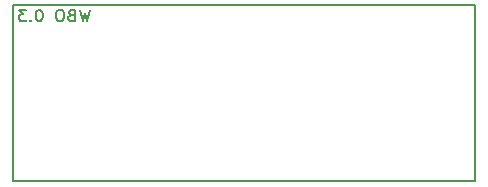
<source format=gbo>
G04 #@! TF.GenerationSoftware,KiCad,Pcbnew,(6.0.5)*
G04 #@! TF.CreationDate,2022-06-19T11:04:54+03:00*
G04 #@! TF.ProjectId,hellen1-wbo,68656c6c-656e-4312-9d77-626f2e6b6963,0.3*
G04 #@! TF.SameCoordinates,PX4a19ba0PY5aa5910*
G04 #@! TF.FileFunction,Legend,Bot*
G04 #@! TF.FilePolarity,Positive*
%FSLAX46Y46*%
G04 Gerber Fmt 4.6, Leading zero omitted, Abs format (unit mm)*
G04 Created by KiCad (PCBNEW (6.0.5)) date 2022-06-19 11:04:54*
%MOMM*%
%LPD*%
G01*
G04 APERTURE LIST*
%ADD10C,0.150000*%
%ADD11C,0.200000*%
G04 APERTURE END LIST*
D10*
X6623809Y14647620D02*
X6385714Y13647620D01*
X6195238Y14361905D01*
X6004761Y13647620D01*
X5766666Y14647620D01*
X5052380Y14171429D02*
X4909523Y14123810D01*
X4861904Y14076191D01*
X4814285Y13980953D01*
X4814285Y13838096D01*
X4861904Y13742858D01*
X4909523Y13695239D01*
X5004761Y13647620D01*
X5385714Y13647620D01*
X5385714Y14647620D01*
X5052380Y14647620D01*
X4957142Y14600000D01*
X4909523Y14552381D01*
X4861904Y14457143D01*
X4861904Y14361905D01*
X4909523Y14266667D01*
X4957142Y14219048D01*
X5052380Y14171429D01*
X5385714Y14171429D01*
X4195238Y14647620D02*
X4004761Y14647620D01*
X3909523Y14600000D01*
X3814285Y14504762D01*
X3766666Y14314286D01*
X3766666Y13980953D01*
X3814285Y13790477D01*
X3909523Y13695239D01*
X4004761Y13647620D01*
X4195238Y13647620D01*
X4290476Y13695239D01*
X4385714Y13790477D01*
X4433333Y13980953D01*
X4433333Y14314286D01*
X4385714Y14504762D01*
X4290476Y14600000D01*
X4195238Y14647620D01*
X2385714Y14647620D02*
X2290476Y14647620D01*
X2195238Y14600000D01*
X2147619Y14552381D01*
X2100000Y14457143D01*
X2052380Y14266667D01*
X2052380Y14028572D01*
X2100000Y13838096D01*
X2147619Y13742858D01*
X2195238Y13695239D01*
X2290476Y13647620D01*
X2385714Y13647620D01*
X2480952Y13695239D01*
X2528571Y13742858D01*
X2576190Y13838096D01*
X2623809Y14028572D01*
X2623809Y14266667D01*
X2576190Y14457143D01*
X2528571Y14552381D01*
X2480952Y14600000D01*
X2385714Y14647620D01*
X1623809Y13742858D02*
X1576190Y13695239D01*
X1623809Y13647620D01*
X1671428Y13695239D01*
X1623809Y13742858D01*
X1623809Y13647620D01*
X1242857Y14647620D02*
X623809Y14647620D01*
X957142Y14266667D01*
X814285Y14266667D01*
X719047Y14219048D01*
X671428Y14171429D01*
X623809Y14076191D01*
X623809Y13838096D01*
X671428Y13742858D01*
X719047Y13695239D01*
X814285Y13647620D01*
X1100000Y13647620D01*
X1195238Y13695239D01*
X1242857Y13742858D01*
D11*
G04 #@! TO.C,M600*
X39250000Y15000000D02*
X100000Y15000000D01*
X100000Y15000000D02*
X100000Y100000D01*
X100000Y100000D02*
X39250000Y100000D01*
X39250000Y100000D02*
X39250000Y15000000D01*
G04 #@! TD*
M02*

</source>
